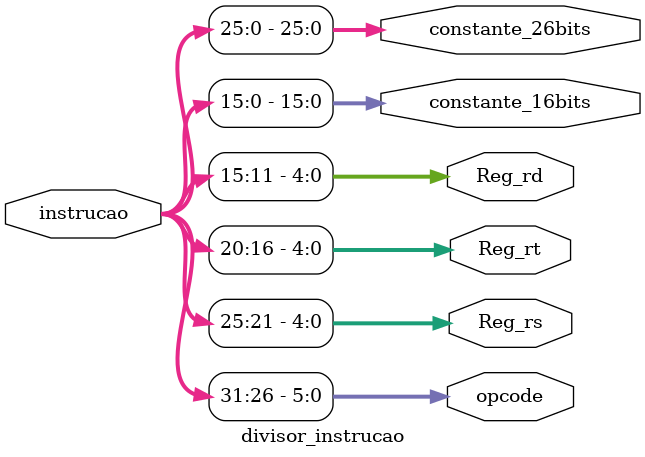
<source format=v>
module divisor_instrucao(instrucao, opcode, Reg_rs, Reg_rt, Reg_rd, constante_16bits, constante_26bits);//Modulo que irá decodificar os campos da instrução lida
	input [31:0] instrucao;
	output [5:0] opcode;
	output [4:0] Reg_rs, Reg_rt, Reg_rd;
	output [15:0] constante_16bits;
	output [25:0]constante_26bits;
	
       //Sempre que uma nova instrução é lida da memória, o valor de cada campo seu é atríbuido à saída correspondente
		assign opcode = instrucao[31:26];
		assign Reg_rs = instrucao [25:21];
		assign Reg_rt = instrucao [20:16];
		assign Reg_rd = instrucao [15:11];
		assign constante_16bits = instrucao[15:0];
		assign constante_26bits = instrucao[25:0];
endmodule
		
</source>
